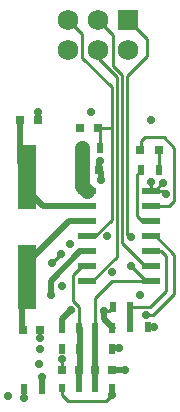
<source format=gbr>
G04 #@! TF.GenerationSoftware,KiCad,Pcbnew,(5.0.0-rc2-160-g7b73557)*
G04 #@! TF.CreationDate,2018-07-03T19:16:21+03:00*
G04 #@! TF.ProjectId,i2c-moist-sensor,6932632D6D6F6973742D73656E736F72,rev?*
G04 #@! TF.SameCoordinates,Original*
G04 #@! TF.FileFunction,Copper,L1,Top,Signal*
G04 #@! TF.FilePolarity,Positive*
%FSLAX46Y46*%
G04 Gerber Fmt 4.6, Leading zero omitted, Abs format (unit mm)*
G04 Created by KiCad (PCBNEW (5.0.0-rc2-160-g7b73557)) date 2018 July 03, Tuesday 19:16:21*
%MOMM*%
%LPD*%
G01*
G04 APERTURE LIST*
G04 #@! TA.AperFunction,SMDPad,CuDef*
%ADD10R,0.800000X0.800000*%
G04 #@! TD*
G04 #@! TA.AperFunction,SMDPad,CuDef*
%ADD11R,1.500000X5.500000*%
G04 #@! TD*
G04 #@! TA.AperFunction,SMDPad,CuDef*
%ADD12R,0.600000X0.700000*%
G04 #@! TD*
G04 #@! TA.AperFunction,ComponentPad*
%ADD13R,1.727200X1.727200*%
G04 #@! TD*
G04 #@! TA.AperFunction,ComponentPad*
%ADD14C,1.727200*%
G04 #@! TD*
G04 #@! TA.AperFunction,SMDPad,CuDef*
%ADD15R,0.800000X0.750000*%
G04 #@! TD*
G04 #@! TA.AperFunction,SMDPad,CuDef*
%ADD16R,0.500000X0.900000*%
G04 #@! TD*
G04 #@! TA.AperFunction,SMDPad,CuDef*
%ADD17R,1.500000X0.600000*%
G04 #@! TD*
G04 #@! TA.AperFunction,ViaPad*
%ADD18C,0.700000*%
G04 #@! TD*
G04 #@! TA.AperFunction,Conductor*
%ADD19C,0.508000*%
G04 #@! TD*
G04 #@! TA.AperFunction,Conductor*
%ADD20C,0.254000*%
G04 #@! TD*
G04 #@! TA.AperFunction,Conductor*
%ADD21C,1.270000*%
G04 #@! TD*
G04 APERTURE END LIST*
D10*
G04 #@! TO.P,D3,1*
G04 #@! TO.N,Net-(D3-Pad1)*
X98575000Y-36500000D03*
G04 #@! TO.P,D3,2*
G04 #@! TO.N,Net-(D3-Pad2)*
X100225000Y-36500000D03*
G04 #@! TD*
D11*
G04 #@! TO.P,X1,1*
G04 #@! TO.N,Net-(C1-Pad1)*
X89000000Y-47250000D03*
G04 #@! TO.P,X1,2*
G04 #@! TO.N,Net-(C2-Pad1)*
X89000000Y-38750000D03*
G04 #@! TD*
D12*
G04 #@! TO.P,D2,1*
G04 #@! TO.N,/SENSOR_TRACK*
X96204000Y-56642000D03*
G04 #@! TO.P,D2,2*
G04 #@! TO.N,/MISO/SENSE_HIGH*
X94804000Y-56642000D03*
G04 #@! TD*
G04 #@! TO.P,D1,1*
G04 #@! TO.N,/SENSE_LOW*
X93410000Y-56642000D03*
G04 #@! TO.P,D1,2*
G04 #@! TO.N,/SENSOR_TRACK*
X92010000Y-56642000D03*
G04 #@! TD*
D13*
G04 #@! TO.P,P1,1*
G04 #@! TO.N,/MISO/SENSE_HIGH*
X97540000Y-25460000D03*
D14*
G04 #@! TO.P,P1,2*
G04 #@! TO.N,VCC*
X97540000Y-28000000D03*
G04 #@! TO.P,P1,3*
G04 #@! TO.N,/SCK/SCL*
X95000000Y-25460000D03*
G04 #@! TO.P,P1,4*
G04 #@! TO.N,/MOSI/SDA*
X95000000Y-28000000D03*
G04 #@! TO.P,P1,5*
G04 #@! TO.N,/RESET*
X92460000Y-25460000D03*
G04 #@! TO.P,P1,6*
G04 #@! TO.N,GND*
X92460000Y-28000000D03*
G04 #@! TD*
D15*
G04 #@! TO.P,C1,1*
G04 #@! TO.N,Net-(C1-Pad1)*
X88650000Y-51700000D03*
G04 #@! TO.P,C1,2*
G04 #@! TO.N,GND*
X90150000Y-51700000D03*
G04 #@! TD*
G04 #@! TO.P,C2,1*
G04 #@! TO.N,Net-(C2-Pad1)*
X88450000Y-34000000D03*
G04 #@! TO.P,C2,2*
G04 #@! TO.N,GND*
X89950000Y-34000000D03*
G04 #@! TD*
G04 #@! TO.P,C3,1*
G04 #@! TO.N,VCC*
X93650000Y-38200000D03*
G04 #@! TO.P,C3,2*
G04 #@! TO.N,GND*
X95150000Y-38200000D03*
G04 #@! TD*
G04 #@! TO.P,C4,1*
G04 #@! TO.N,/SENSE_LOW*
X93460000Y-55118000D03*
G04 #@! TO.P,C4,2*
G04 #@! TO.N,GND*
X91960000Y-55118000D03*
G04 #@! TD*
G04 #@! TO.P,C5,1*
G04 #@! TO.N,/MISO/SENSE_HIGH*
X94754000Y-55118000D03*
G04 #@! TO.P,C5,2*
G04 #@! TO.N,GND*
X96254000Y-55118000D03*
G04 #@! TD*
G04 #@! TO.P,C6,1*
G04 #@! TO.N,/RESET*
X95050000Y-34600000D03*
G04 #@! TO.P,C6,2*
G04 #@! TO.N,GND*
X93550000Y-34600000D03*
G04 #@! TD*
D16*
G04 #@! TO.P,R1,1*
G04 #@! TO.N,/RESET*
X95200000Y-36300000D03*
G04 #@! TO.P,R1,2*
G04 #@! TO.N,VCC*
X93700000Y-36300000D03*
G04 #@! TD*
G04 #@! TO.P,R2,1*
G04 #@! TO.N,Net-(IC1-Pad11)*
X96278000Y-49784000D03*
G04 #@! TO.P,R2,2*
G04 #@! TO.N,/THERMISTOR*
X97778000Y-49784000D03*
G04 #@! TD*
G04 #@! TO.P,R4,1*
G04 #@! TO.N,/SENSOR_TRACK*
X88750000Y-56750000D03*
G04 #@! TO.P,R4,2*
G04 #@! TO.N,/EXCITATION*
X90250000Y-56750000D03*
G04 #@! TD*
G04 #@! TO.P,R5,1*
G04 #@! TO.N,/SENSE_LOW*
X93460000Y-51562000D03*
G04 #@! TO.P,R5,2*
G04 #@! TO.N,Net-(IC1-Pad11)*
X91960000Y-51562000D03*
G04 #@! TD*
G04 #@! TO.P,R6,1*
G04 #@! TO.N,/MISO/SENSE_HIGH*
X94754000Y-51562000D03*
G04 #@! TO.P,R6,2*
G04 #@! TO.N,Net-(IC1-Pad11)*
X96254000Y-51562000D03*
G04 #@! TD*
G04 #@! TO.P,R7,1*
G04 #@! TO.N,GND*
X91960000Y-53340000D03*
G04 #@! TO.P,R7,2*
G04 #@! TO.N,/SENSE_LOW*
X93460000Y-53340000D03*
G04 #@! TD*
G04 #@! TO.P,R8,1*
G04 #@! TO.N,GND*
X96254000Y-53340000D03*
G04 #@! TO.P,R8,2*
G04 #@! TO.N,/MISO/SENSE_HIGH*
X94754000Y-53340000D03*
G04 #@! TD*
G04 #@! TO.P,R9,1*
G04 #@! TO.N,Net-(D3-Pad2)*
X100200000Y-38200000D03*
G04 #@! TO.P,R9,2*
G04 #@! TO.N,Net-(IC1-Pad12)*
X98700000Y-38200000D03*
G04 #@! TD*
G04 #@! TO.P,TH1,1*
G04 #@! TO.N,/THERMISTOR*
X97750000Y-51500000D03*
G04 #@! TO.P,TH1,2*
G04 #@! TO.N,GND*
X99250000Y-51500000D03*
G04 #@! TD*
D17*
G04 #@! TO.P,IC1,1*
G04 #@! TO.N,VCC*
X94100000Y-39990000D03*
G04 #@! TO.P,IC1,2*
G04 #@! TO.N,Net-(C2-Pad1)*
X94100000Y-41260000D03*
G04 #@! TO.P,IC1,3*
G04 #@! TO.N,Net-(C1-Pad1)*
X94100000Y-42530000D03*
G04 #@! TO.P,IC1,4*
G04 #@! TO.N,/RESET*
X94100000Y-43800000D03*
G04 #@! TO.P,IC1,5*
G04 #@! TO.N,/EXCITATION*
X94100000Y-45070000D03*
G04 #@! TO.P,IC1,6*
G04 #@! TO.N,/SENSE_LOW*
X94100000Y-46340000D03*
G04 #@! TO.P,IC1,7*
G04 #@! TO.N,/MOSI/SDA*
X94100000Y-47610000D03*
G04 #@! TO.P,IC1,8*
G04 #@! TO.N,/MISO/SENSE_HIGH*
X99500000Y-47610000D03*
G04 #@! TO.P,IC1,9*
G04 #@! TO.N,/SCK/SCL*
X99500000Y-46340000D03*
G04 #@! TO.P,IC1,10*
G04 #@! TO.N,/THERMISTOR*
X99500000Y-45070000D03*
G04 #@! TO.P,IC1,11*
G04 #@! TO.N,Net-(IC1-Pad11)*
X99500000Y-43800000D03*
G04 #@! TO.P,IC1,12*
G04 #@! TO.N,Net-(IC1-Pad12)*
X99500000Y-42530000D03*
G04 #@! TO.P,IC1,13*
G04 #@! TO.N,Net-(D3-Pad1)*
X99500000Y-41260000D03*
G04 #@! TO.P,IC1,14*
G04 #@! TO.N,GND*
X99500000Y-39990000D03*
G04 #@! TD*
D18*
G04 #@! TO.N,GND*
X96800004Y-53300004D03*
X99800000Y-51500000D03*
X92000000Y-48000000D03*
X87449997Y-57300000D03*
X90053888Y-54623844D03*
X99500000Y-34000000D03*
X98600000Y-48800000D03*
X96243021Y-46843021D03*
X95800000Y-43800000D03*
X92700000Y-44500000D03*
X91900000Y-45300000D03*
X91100000Y-46100000D03*
X92000000Y-54200000D03*
X95300000Y-39000000D03*
X95200000Y-37400000D03*
X100800000Y-40200000D03*
X100500000Y-39300000D03*
X99500000Y-39200000D03*
X90150000Y-53350000D03*
X97300000Y-55150000D03*
X89950000Y-33300000D03*
X90150000Y-52400000D03*
G04 #@! TO.N,VCC*
X94400000Y-33300000D03*
X93700000Y-37300000D03*
G04 #@! TO.N,/SENSOR_TRACK*
X88750000Y-57500000D03*
X96204000Y-57246000D03*
G04 #@! TO.N,/EXCITATION*
X90250000Y-55749996D03*
X91050000Y-48750002D03*
G04 #@! TO.N,/MISO/SENSE_HIGH*
X97800000Y-43900000D03*
X97800000Y-46300000D03*
G04 #@! TO.N,Net-(IC1-Pad11)*
X95500000Y-50100000D03*
X99100000Y-50500000D03*
X92710000Y-50038000D03*
G04 #@! TD*
D19*
G04 #@! TO.N,Net-(C1-Pad1)*
X94100000Y-42530000D02*
X92568800Y-42530000D01*
X92568800Y-42530000D02*
X89000000Y-46098800D01*
X89000000Y-46098800D02*
X89000000Y-47848860D01*
X88600000Y-51650000D02*
X88600000Y-48248860D01*
X88600000Y-48248860D02*
X89000000Y-47848860D01*
G04 #@! TO.N,GND*
X96305030Y-53300004D02*
X96800004Y-53300004D01*
X96266000Y-53339034D02*
X96305030Y-53300004D01*
X96266000Y-53340000D02*
X96266000Y-53339034D01*
D20*
X99250000Y-51500000D02*
X99800000Y-51500000D01*
X91100000Y-46100000D02*
X91900000Y-45300000D01*
X91960000Y-55118000D02*
X91960000Y-54240000D01*
X91960000Y-54240000D02*
X92000000Y-54200000D01*
D19*
X95300000Y-38505026D02*
X95300000Y-39000000D01*
X95300000Y-38350000D02*
X95300000Y-38505026D01*
X95150000Y-38200000D02*
X95300000Y-38350000D01*
X95150000Y-38200000D02*
X95150000Y-37450000D01*
X95150000Y-37450000D02*
X95200000Y-37400000D01*
D20*
X99500000Y-39990000D02*
X100590000Y-39990000D01*
X100590000Y-39990000D02*
X100800000Y-40200000D01*
X99500000Y-39990000D02*
X99810000Y-39990000D01*
X99810000Y-39990000D02*
X100500000Y-39300000D01*
X99500000Y-39990000D02*
X99500000Y-39200000D01*
D19*
X96254000Y-55118000D02*
X97268000Y-55118000D01*
X97268000Y-55118000D02*
X97300000Y-55150000D01*
X89950000Y-34000000D02*
X89950000Y-33300000D01*
D20*
X90150000Y-51700000D02*
X90150000Y-52400000D01*
D19*
G04 #@! TO.N,Net-(C2-Pad1)*
X88450000Y-34000000D02*
X88450000Y-37601140D01*
X88450000Y-37601140D02*
X89000000Y-38151140D01*
X94100000Y-41260000D02*
X90358800Y-41260000D01*
X90358800Y-41260000D02*
X89000000Y-39901200D01*
X89000000Y-39901200D02*
X89000000Y-38151140D01*
D20*
X89068860Y-38220000D02*
X89000000Y-38151140D01*
D21*
G04 #@! TO.N,VCC*
X93650000Y-38200000D02*
X93650000Y-37350000D01*
X93650000Y-37350000D02*
X93700000Y-37300000D01*
X93700000Y-36300000D02*
X93700000Y-37300000D01*
X94100000Y-39990000D02*
X93650000Y-39540000D01*
X93650000Y-39540000D02*
X93650000Y-38200000D01*
D19*
X93800000Y-38350000D02*
X93650000Y-38200000D01*
G04 #@! TO.N,/SENSE_LOW*
X93410000Y-55180000D02*
X93472000Y-55118000D01*
X93410000Y-56642000D02*
X93410000Y-55180000D01*
X93472000Y-55118000D02*
X93472000Y-53340000D01*
X93472000Y-53340000D02*
X93472000Y-51562000D01*
D20*
X93472000Y-51562000D02*
X93472000Y-51308000D01*
X93650000Y-46340000D02*
X94100000Y-46340000D01*
X92945199Y-47044801D02*
X93650000Y-46340000D01*
X92945199Y-49304093D02*
X92945199Y-47044801D01*
X93460000Y-49818894D02*
X92945199Y-49304093D01*
X93460000Y-51562000D02*
X93460000Y-49818894D01*
G04 #@! TO.N,/SENSOR_TRACK*
X96204000Y-56642000D02*
X96204000Y-57246000D01*
X96204000Y-57246000D02*
X95730999Y-57719001D01*
X92483001Y-57719001D02*
X92010000Y-57246000D01*
X95730999Y-57719001D02*
X92483001Y-57719001D01*
X92010000Y-57246000D02*
X92010000Y-56642000D01*
X88750000Y-56750000D02*
X88750000Y-57500000D01*
X96204000Y-57023000D02*
X96204000Y-57246000D01*
X96204000Y-57246000D02*
X96204000Y-57023000D01*
D19*
G04 #@! TO.N,/THERMISTOR*
X97778000Y-49784000D02*
X97778000Y-51472000D01*
X97778000Y-51472000D02*
X97750000Y-51500000D01*
D20*
X97778000Y-49784000D02*
X99416000Y-49784000D01*
X100800000Y-45500000D02*
X100370000Y-45070000D01*
X99416000Y-49784000D02*
X100800000Y-48400000D01*
X100800000Y-48400000D02*
X100800000Y-45500000D01*
X100370000Y-45070000D02*
X99500000Y-45070000D01*
G04 #@! TO.N,/RESET*
X94100000Y-43800000D02*
X94800000Y-43800000D01*
X94800000Y-43800000D02*
X96200000Y-42400000D01*
X96200000Y-42400000D02*
X96200000Y-34621178D01*
X96200000Y-34621178D02*
X96200000Y-31200000D01*
X96200000Y-31200000D02*
X93700000Y-28700000D01*
X93700000Y-28700000D02*
X93700000Y-26700000D01*
X93700000Y-26700000D02*
X93323599Y-26323599D01*
X93323599Y-26323599D02*
X92460000Y-25460000D01*
X95050000Y-34600000D02*
X95704000Y-34600000D01*
X95704000Y-34600000D02*
X95725178Y-34621178D01*
X95725178Y-34621178D02*
X96200000Y-34621178D01*
X95200000Y-36300000D02*
X95200000Y-34750000D01*
X95200000Y-34750000D02*
X95050000Y-34600000D01*
D19*
G04 #@! TO.N,/EXCITATION*
X90250000Y-55749996D02*
X90250000Y-56750000D01*
X94100000Y-45070000D02*
X93542758Y-45070000D01*
X93542758Y-45070000D02*
X91050000Y-47562758D01*
X91050000Y-47562758D02*
X91050000Y-48255028D01*
X91050000Y-48255028D02*
X91050000Y-48750002D01*
D20*
G04 #@! TO.N,Net-(D3-Pad2)*
X100200000Y-38200000D02*
X100200000Y-36550700D01*
X100200000Y-36550700D02*
X100149300Y-36500000D01*
G04 #@! TO.N,Net-(D3-Pad1)*
X100600000Y-35400000D02*
X99000000Y-35400000D01*
X99000000Y-35400000D02*
X98650700Y-35749300D01*
X98650700Y-35749300D02*
X98650700Y-36500000D01*
X99500000Y-41260000D02*
X101040000Y-41260000D01*
X101040000Y-41260000D02*
X101500000Y-40800000D01*
X101500000Y-40800000D02*
X101500000Y-36300000D01*
X101500000Y-36300000D02*
X100600000Y-35400000D01*
G04 #@! TO.N,/SCK/SCL*
X96300000Y-29389330D02*
X96300000Y-26760000D01*
X97063620Y-30152949D02*
X96300000Y-29389330D01*
X97063620Y-44353620D02*
X97063620Y-30152949D01*
X99050000Y-46340000D02*
X97063620Y-44353620D01*
X99500000Y-46340000D02*
X99050000Y-46340000D01*
X95863599Y-26323599D02*
X95000000Y-25460000D01*
X96300000Y-26760000D02*
X95863599Y-26323599D01*
G04 #@! TO.N,/MOSI/SDA*
X96631810Y-39151337D02*
X96631810Y-30331810D01*
X96631810Y-30331810D02*
X95100000Y-28800000D01*
X95100000Y-28800000D02*
X95100000Y-28100000D01*
X95100000Y-28100000D02*
X95000000Y-28000000D01*
X95002520Y-28002520D02*
X95000000Y-28000000D01*
X94550000Y-47610000D02*
X94100000Y-47610000D01*
X96631810Y-45528190D02*
X94550000Y-47610000D01*
X96631810Y-39151337D02*
X96631810Y-45528190D01*
X96631810Y-39278861D02*
X96631810Y-39151337D01*
G04 #@! TO.N,/MISO/SENSE_HIGH*
X97800000Y-43900000D02*
X97700000Y-43900000D01*
X97495430Y-30204570D02*
X99200000Y-28500000D01*
X97700000Y-43900000D02*
X97495430Y-43695430D01*
X97495430Y-43695430D02*
X97495430Y-30204570D01*
X99200000Y-28500000D02*
X99200000Y-27100000D01*
X99200000Y-27100000D02*
X97560000Y-25460000D01*
X97560000Y-25460000D02*
X97540000Y-25460000D01*
X94754000Y-51562000D02*
X94754000Y-49046000D01*
X94754000Y-49046000D02*
X96190000Y-47610000D01*
X98496000Y-47610000D02*
X99500000Y-47610000D01*
X96190000Y-47610000D02*
X98496000Y-47610000D01*
X97540000Y-25940000D02*
X97540000Y-25460000D01*
D19*
X94804000Y-55180000D02*
X94742000Y-55118000D01*
X94804000Y-56642000D02*
X94804000Y-55180000D01*
X94742000Y-55118000D02*
X94742000Y-53340000D01*
X94742000Y-53340000D02*
X94742000Y-51562000D01*
D20*
X99110000Y-47610000D02*
X99500000Y-47610000D01*
X97800000Y-46300000D02*
X99110000Y-47610000D01*
G04 #@! TO.N,Net-(IC1-Pad11)*
X95500000Y-50100000D02*
X95962000Y-50100000D01*
X95962000Y-50100000D02*
X96278000Y-49784000D01*
D19*
X96266000Y-51562000D02*
X95500000Y-50796000D01*
X95500000Y-50796000D02*
X95500000Y-50594974D01*
X95500000Y-50594974D02*
X95500000Y-50100000D01*
D20*
X101500000Y-48700000D02*
X99700000Y-50500000D01*
X99700000Y-50500000D02*
X99100000Y-50500000D01*
X101500000Y-45350000D02*
X101500000Y-48700000D01*
X99500000Y-43800000D02*
X99950000Y-43800000D01*
X99950000Y-43800000D02*
X101500000Y-45350000D01*
D19*
X91960000Y-50788000D02*
X91960000Y-51562000D01*
X92710000Y-50038000D02*
X91960000Y-50788000D01*
D20*
G04 #@! TO.N,Net-(IC1-Pad12)*
X98700000Y-38200000D02*
X98300000Y-38600000D01*
X98300000Y-38600000D02*
X98300000Y-42100000D01*
X98300000Y-42100000D02*
X98730000Y-42530000D01*
X98730000Y-42530000D02*
X99500000Y-42530000D01*
G04 #@! TD*
M02*

</source>
